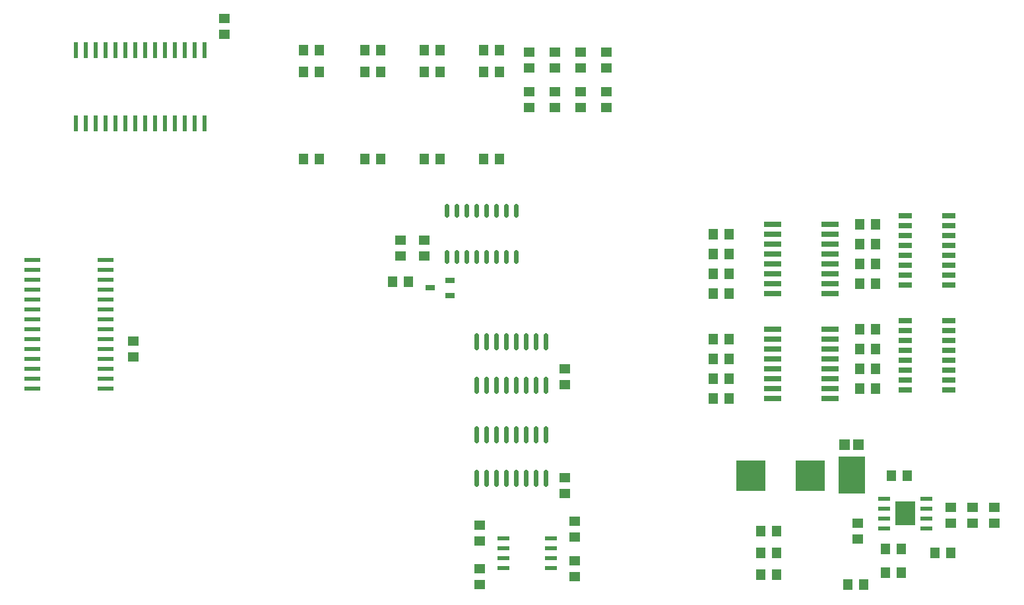
<source format=gbp>
G04 Layer: BottomPasteMaskLayer*
G04 EasyEDA v5.9.42, Mon, 25 Feb 2019 13:08:34 GMT*
G04 04bc916e9f0e400680881ea13b59f611*
G04 Gerber Generator version 0.2*
G04 Scale: 100 percent, Rotated: No, Reflected: No *
G04 Dimensions in millimeters *
G04 leading zeros omitted , absolute positions ,3 integer and 3 decimal *
%FSLAX33Y33*%
%MOMM*%
G90*
G71D02*

%ADD13R,1.469898X1.160018*%
%ADD22C,0.599999*%
%ADD23R,1.160018X1.469898*%
%ADD24R,1.549400X0.599440*%
%ADD25R,1.250010X0.699999*%
%ADD26R,0.609600X2.006600*%
%ADD27R,2.006600X0.609600*%
%ADD28R,1.389888X1.400048*%
%ADD29R,3.359912X4.859985*%
%ADD30R,3.850640X4.000500*%
%ADD31R,2.199640X0.701040*%
%ADD32R,1.750060X0.650240*%
%ADD33R,1.550010X0.599999*%
%ADD34R,2.599995X3.099994*%

%LPD*%
G54D22*
G01X79858Y44726D02*
G01X79858Y45926D01*
G01X78588Y44726D02*
G01X78588Y45926D01*
G01X77318Y44726D02*
G01X77318Y45926D01*
G01X76048Y44726D02*
G01X76048Y45926D01*
G01X74778Y44726D02*
G01X74778Y45926D01*
G01X73508Y44726D02*
G01X73508Y45926D01*
G01X72238Y44726D02*
G01X72238Y45926D01*
G01X70968Y44726D02*
G01X70968Y45926D01*
G01X79858Y50669D02*
G01X79858Y51869D01*
G01X78588Y50669D02*
G01X78588Y51869D01*
G01X77318Y50669D02*
G01X77318Y51869D01*
G01X76048Y50669D02*
G01X76048Y51869D01*
G01X74778Y50669D02*
G01X74778Y51869D01*
G01X73508Y50670D02*
G01X73508Y51870D01*
G01X72238Y50669D02*
G01X72238Y51869D01*
G01X70968Y50669D02*
G01X70968Y51869D01*
G01X83694Y17754D02*
G01X83694Y16154D01*
G01X82424Y17754D02*
G01X82424Y16154D01*
G01X81154Y17754D02*
G01X81154Y16154D01*
G01X79884Y17754D02*
G01X79884Y16154D01*
G01X78614Y17754D02*
G01X78614Y16154D01*
G01X77344Y17754D02*
G01X77344Y16154D01*
G01X76074Y17754D02*
G01X76074Y16154D01*
G01X74804Y17754D02*
G01X74804Y16154D01*
G01X83694Y23291D02*
G01X83694Y21691D01*
G01X82424Y23291D02*
G01X82424Y21691D01*
G01X81154Y23291D02*
G01X81154Y21691D01*
G01X79884Y23291D02*
G01X79884Y21691D01*
G01X78614Y23291D02*
G01X78614Y21691D01*
G01X77344Y23291D02*
G01X77344Y21691D01*
G01X76074Y23291D02*
G01X76074Y21691D01*
G01X74804Y23291D02*
G01X74804Y21691D01*
G01X83694Y29692D02*
G01X83694Y28092D01*
G01X82424Y29692D02*
G01X82424Y28092D01*
G01X81154Y29692D02*
G01X81154Y28092D01*
G01X79884Y29692D02*
G01X79884Y28092D01*
G01X78614Y29692D02*
G01X78614Y28092D01*
G01X77344Y29692D02*
G01X77344Y28092D01*
G01X76074Y29692D02*
G01X76074Y28092D01*
G01X74804Y29692D02*
G01X74804Y28092D01*
G01X83694Y35229D02*
G01X83694Y33629D01*
G01X82424Y35229D02*
G01X82424Y33629D01*
G01X81154Y35229D02*
G01X81154Y33629D01*
G01X79884Y35229D02*
G01X79884Y33629D01*
G01X78614Y35229D02*
G01X78614Y33629D01*
G01X77344Y35229D02*
G01X77344Y33629D01*
G01X76074Y35229D02*
G01X76074Y33629D01*
G01X74804Y35229D02*
G01X74804Y33629D01*
G54D23*
G01X52579Y57823D03*
G01X54611Y57823D03*
G01X54611Y68999D03*
G01X52579Y68999D03*
G01X52579Y71793D03*
G01X54611Y71793D03*
G01X60453Y57823D03*
G01X62485Y57823D03*
G01X62485Y68999D03*
G01X60453Y68999D03*
G01X60453Y71793D03*
G01X62485Y71793D03*
G01X68073Y57823D03*
G01X70105Y57823D03*
G01X70105Y68999D03*
G01X68073Y68999D03*
G01X68073Y71793D03*
G01X70105Y71793D03*
G01X75693Y57823D03*
G01X77725Y57823D03*
G01X77725Y68999D03*
G01X75693Y68999D03*
G01X75693Y71793D03*
G01X77725Y71793D03*
G54D24*
G01X84329Y9182D03*
G01X84329Y7912D03*
G01X84329Y6642D03*
G01X84329Y5372D03*
G01X78207Y5372D03*
G01X78207Y6642D03*
G01X78207Y7912D03*
G01X78207Y9182D03*
G54D13*
G01X87377Y4229D03*
G01X87377Y6261D03*
G01X87377Y9309D03*
G01X87377Y11341D03*
G01X75185Y8801D03*
G01X75185Y10833D03*
G01X75185Y5245D03*
G01X75185Y3213D03*
G01X86107Y16929D03*
G01X86107Y14897D03*
G01X68073Y47409D03*
G01X68073Y45377D03*
G54D25*
G01X68855Y41313D03*
G01X71354Y40363D03*
G01X71354Y42263D03*
G54D13*
G01X65025Y47409D03*
G01X65025Y45377D03*
G54D23*
G01X66041Y42075D03*
G01X64009Y42075D03*
G54D13*
G01X91441Y69507D03*
G01X91441Y71539D03*
G01X91441Y64427D03*
G01X91441Y66459D03*
G01X81535Y69507D03*
G01X81535Y71539D03*
G01X81535Y64427D03*
G01X81535Y66459D03*
G01X84837Y69507D03*
G01X84837Y71539D03*
G01X84837Y64427D03*
G01X84837Y66459D03*
G01X88139Y69507D03*
G01X88139Y71539D03*
G01X88139Y64427D03*
G01X88139Y66459D03*
G01X86107Y28867D03*
G01X86107Y30899D03*
G54D26*
G01X23369Y71793D03*
G01X24639Y71793D03*
G01X25909Y71793D03*
G01X27179Y71793D03*
G01X28449Y71793D03*
G01X29719Y71793D03*
G01X30989Y71793D03*
G01X32259Y71793D03*
G01X33529Y71793D03*
G01X34799Y71793D03*
G01X36069Y71793D03*
G01X37339Y71793D03*
G01X38609Y71793D03*
G01X39879Y71793D03*
G01X23369Y62395D03*
G01X24639Y62395D03*
G01X25909Y62395D03*
G01X27179Y62395D03*
G01X28449Y62395D03*
G01X29719Y62395D03*
G01X30989Y62395D03*
G01X32259Y62395D03*
G01X33529Y62395D03*
G01X34799Y62395D03*
G01X36069Y62395D03*
G01X37339Y62395D03*
G01X38609Y62395D03*
G01X39879Y62395D03*
G54D13*
G01X42419Y75857D03*
G01X42419Y73825D03*
G54D27*
G01X27179Y44869D03*
G01X27179Y43599D03*
G01X27179Y42329D03*
G01X27179Y41059D03*
G01X27179Y39789D03*
G01X27179Y38519D03*
G01X27179Y37249D03*
G01X27179Y35979D03*
G01X27179Y34709D03*
G01X27179Y33439D03*
G01X27179Y32169D03*
G01X27179Y30899D03*
G01X27179Y29629D03*
G01X27179Y28359D03*
G01X17781Y44869D03*
G01X17781Y43599D03*
G01X17781Y42329D03*
G01X17781Y41059D03*
G01X17781Y39789D03*
G01X17781Y38519D03*
G01X17781Y37249D03*
G01X17781Y35979D03*
G01X17781Y34709D03*
G01X17781Y33439D03*
G01X17781Y32169D03*
G01X17781Y30899D03*
G01X17781Y29629D03*
G01X17781Y28359D03*
G54D13*
G01X30735Y34455D03*
G01X30735Y32423D03*
G54D23*
G01X105157Y40551D03*
G01X107189Y40551D03*
G01X105157Y43091D03*
G01X107189Y43091D03*
G01X105157Y45631D03*
G01X107189Y45631D03*
G01X105157Y48171D03*
G01X107189Y48171D03*
G01X105157Y27089D03*
G01X107189Y27089D03*
G01X105157Y29629D03*
G01X107189Y29629D03*
G01X105157Y32169D03*
G01X107189Y32169D03*
G01X105157Y34709D03*
G01X107189Y34709D03*
G54D13*
G01X141225Y11087D03*
G01X141225Y13119D03*
G01X123699Y9055D03*
G01X123699Y11087D03*
G01X135637Y11087D03*
G01X135637Y13119D03*
G54D23*
G01X135637Y7277D03*
G01X133605Y7277D03*
G01X122429Y3213D03*
G01X124461Y3213D03*
G54D28*
G01X123840Y21212D03*
G01X122030Y21212D03*
G54D29*
G01X122937Y17322D03*
G54D13*
G01X138431Y11087D03*
G01X138431Y13119D03*
G54D30*
G01X109957Y17181D03*
G01X117628Y17181D03*
G54D23*
G01X113285Y10071D03*
G01X111253Y10071D03*
G01X113285Y7277D03*
G01X111253Y7277D03*
G01X113285Y4483D03*
G01X111253Y4483D03*
G01X127255Y7785D03*
G01X129287Y7785D03*
G01X127255Y4737D03*
G01X129287Y4737D03*
G54D31*
G01X112777Y27089D03*
G01X112777Y28359D03*
G01X112777Y29629D03*
G01X112777Y30899D03*
G01X112777Y32169D03*
G01X112777Y33439D03*
G01X112777Y34709D03*
G01X112777Y35979D03*
G01X120176Y35979D03*
G01X120176Y34709D03*
G01X120176Y33439D03*
G01X120176Y32169D03*
G01X120176Y30899D03*
G01X120176Y29629D03*
G01X120176Y28359D03*
G01X120176Y27089D03*
G01X112777Y40551D03*
G01X112777Y41821D03*
G01X112777Y43091D03*
G01X112777Y44361D03*
G01X112777Y45631D03*
G01X112777Y46901D03*
G01X112777Y48171D03*
G01X112777Y49441D03*
G01X120176Y49441D03*
G01X120176Y48171D03*
G01X120176Y46901D03*
G01X120176Y45631D03*
G01X120176Y44361D03*
G01X120176Y43091D03*
G01X120176Y41821D03*
G01X120176Y40551D03*
G54D23*
G01X123953Y41821D03*
G01X125985Y41821D03*
G01X123953Y28359D03*
G01X125985Y28359D03*
G01X123953Y30899D03*
G01X125985Y30899D03*
G01X123953Y33439D03*
G01X125985Y33439D03*
G01X123953Y35979D03*
G01X125985Y35979D03*
G01X123953Y46901D03*
G01X125985Y46901D03*
G01X123953Y49441D03*
G01X125985Y49441D03*
G01X123953Y44361D03*
G01X125985Y44361D03*
G01X128017Y17183D03*
G01X130049Y17183D03*
G54D32*
G01X135389Y50584D03*
G01X135389Y49314D03*
G01X135389Y48044D03*
G01X135389Y46774D03*
G01X135389Y45504D03*
G01X135389Y44234D03*
G01X135389Y42964D03*
G01X135389Y41694D03*
G01X129791Y41694D03*
G01X129791Y42964D03*
G01X129791Y44234D03*
G01X129791Y45504D03*
G01X129791Y46774D03*
G01X129791Y48044D03*
G01X129791Y49314D03*
G01X129791Y50584D03*
G01X135389Y37122D03*
G01X135389Y35852D03*
G01X135389Y34582D03*
G01X135389Y33312D03*
G01X135389Y32042D03*
G01X135389Y30772D03*
G01X135389Y29502D03*
G01X135389Y28232D03*
G01X129791Y28232D03*
G01X129791Y29502D03*
G01X129791Y30772D03*
G01X129791Y32042D03*
G01X129791Y33312D03*
G01X129791Y34582D03*
G01X129791Y35852D03*
G01X129791Y37122D03*
G54D33*
G01X132495Y14262D03*
G01X132495Y12992D03*
G01X132495Y11722D03*
G01X132495Y10452D03*
G01X127095Y10452D03*
G01X127095Y11722D03*
G01X127095Y12992D03*
G01X127095Y14262D03*
G54D34*
G01X129795Y12357D03*
M00*
M02*

</source>
